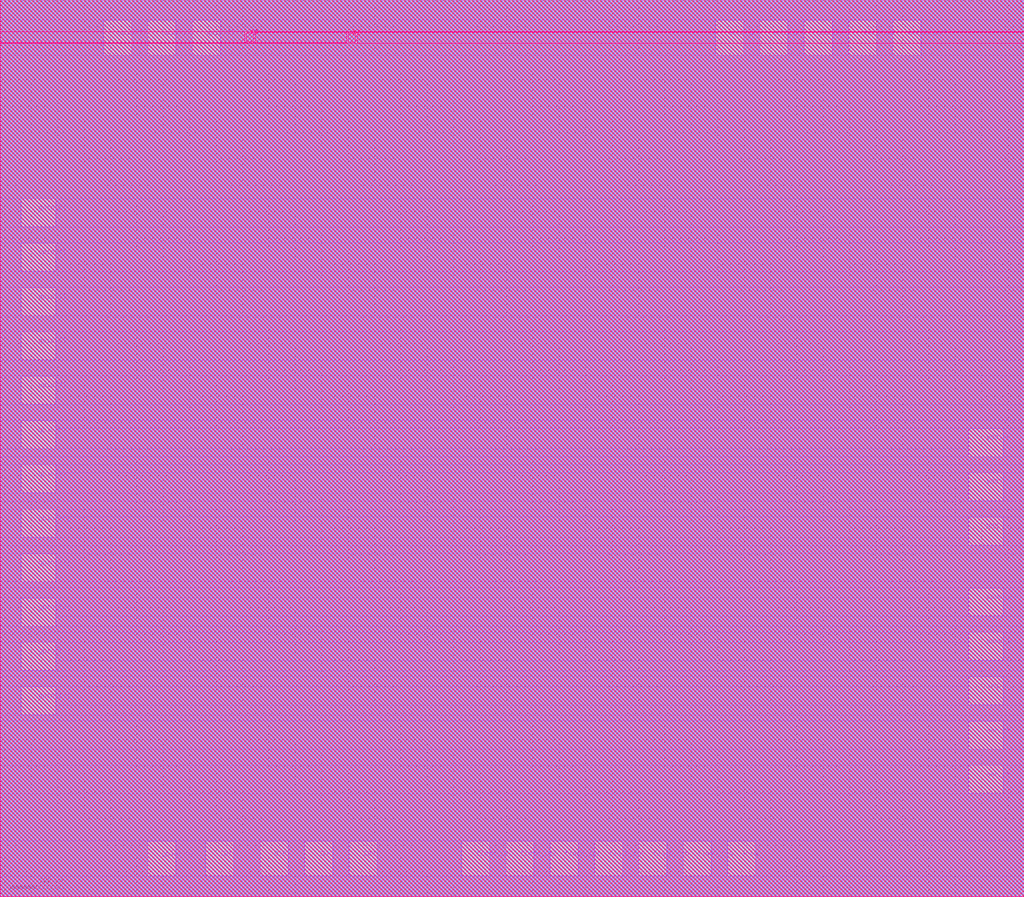
<source format=lef>
VERSION 5.7 ;
  NOWIREEXTENSIONATPIN ON ;
  DIVIDERCHAR "/" ;
  BUSBITCHARS "[]" ;
MACRO raven
  CLASS BLOCK ;
  FOREIGN raven ;
  ORIGIN 608.650 97.260 ;
  SIZE 1939.000 BY 1699.000 ;
  PIN VDD3V3
    PORT
      LAYER MET1 ;
        RECT 1225.230 652.240 1291.230 705.240 ;
    END
  END VDD3V3
  PIN VDD1V8
    PORT
      LAYER MET1 ;
        RECT 1225.230 736.240 1291.230 789.240 ;
    END
  END VDD1V8
  PIN VSS
    PORT
      LAYER MET1 ;
        RECT 1225.230 568.240 1291.230 621.240 ;
    END
  END VSS
  PIN XCLK
    PORT
      LAYER MET1 ;
        RECT 768.850 -58.140 821.850 7.860 ;
    END
  END XCLK
  PIN SDI
    PORT
      LAYER MET1 ;
        RECT -220.150 -58.140 -167.150 7.860 ;
    END
  END SDI
  PIN SDO
    PORT
      LAYER MET1 ;
        RECT 51.850 -58.140 104.850 7.860 ;
    END
  END SDO
  PIN CSB
    PORT
      LAYER MET1 ;
        RECT -116.150 -58.140 -63.150 7.860 ;
    END
  END CSB
  PIN SCK
    PORT
      LAYER MET1 ;
        RECT -32.150 -58.140 20.850 7.860 ;
    END
  END SCK
  PIN ser_tx
    PORT
      LAYER MET1 ;
        RECT 1225.230 182.240 1291.230 235.240 ;
    END
  END ser_tx
  PIN ser_rx
    PORT
      LAYER MET1 ;
        RECT 1225.230 98.240 1291.230 151.240 ;
    END
  END ser_rx
  PIN irq
    PORT
      LAYER MET1 ;
        RECT 1225.230 266.240 1291.230 319.240 ;
    END
  END irq
  PIN gpio[15]
    PORT
      LAYER MET1 ;
        RECT -329.150 -58.140 -276.150 7.860 ;
    END
  END gpio[15]
  PIN gpio[14]
    PORT
      LAYER MET1 ;
        RECT -569.530 247.240 -503.530 300.240 ;
    END
  END gpio[14]
  PIN gpio[13]
    PORT
      LAYER MET1 ;
        RECT -569.530 331.240 -503.530 384.240 ;
    END
  END gpio[13]
  PIN gpio[12]
    PORT
      LAYER MET1 ;
        RECT -569.530 415.240 -503.530 468.240 ;
    END
  END gpio[12]
  PIN gpio[11]
    PORT
      LAYER MET1 ;
        RECT -569.530 499.240 -503.530 552.240 ;
    END
  END gpio[11]
  PIN gpio[10]
    PORT
      LAYER MET1 ;
        RECT -569.530 583.240 -503.530 636.240 ;
    END
  END gpio[10]
  PIN gpio[9]
    PORT
      LAYER MET1 ;
        RECT -569.530 667.240 -503.530 720.240 ;
    END
  END gpio[9]
  PIN gpio[8]
    PORT
      LAYER MET1 ;
        RECT -569.530 751.240 -503.530 804.240 ;
    END
  END gpio[8]
  PIN gpio[7]
    PORT
      LAYER MET1 ;
        RECT -569.530 835.240 -503.530 888.240 ;
    END
  END gpio[7]
  PIN gpio[6]
    PORT
      LAYER MET1 ;
        RECT -569.530 919.240 -503.530 972.240 ;
    END
  END gpio[6]
  PIN gpio[5]
    PORT
      LAYER MET1 ;
        RECT -569.530 1003.240 -503.530 1056.240 ;
    END
  END gpio[5]
  PIN gpio[4]
    PORT
      LAYER MET1 ;
        RECT -569.530 1087.240 -503.530 1140.240 ;
    END
  END gpio[4]
  PIN gpio[3]
    PORT
      LAYER MET1 ;
        RECT -569.530 1171.240 -503.530 1224.240 ;
    END
  END gpio[3]
  PIN gpio[2]
    PORT
      LAYER MET1 ;
        RECT -413.150 1496.620 -360.150 1562.620 ;
    END
  END gpio[2]
  PIN gpio[1]
    PORT
      LAYER MET1 ;
        RECT -329.150 1496.620 -276.150 1562.620 ;
    END
  END gpio[1]
  PIN gpio[0]
    PORT
      LAYER MET1 ;
        RECT -245.150 1496.620 -192.150 1562.620 ;
    END
  END gpio[0]
  PIN flash_csb
    PORT
      LAYER MET1 ;
        RECT 600.850 -58.140 653.850 7.860 ;
    END
  END flash_csb
  PIN flash_clk
    PORT
      LAYER MET1 ;
        RECT 684.850 -58.140 737.850 7.860 ;
    END
  END flash_clk
  PIN flash_io0
    PORT
      LAYER MET1 ;
        RECT 516.850 -58.140 569.850 7.860 ;
    END
  END flash_io0
  PIN flash_io1
    PORT
      LAYER MET1 ;
        RECT 432.850 -58.140 485.850 7.860 ;
    END
  END flash_io1
  PIN flash_io2
    PORT
      LAYER MET1 ;
        RECT 348.850 -58.140 401.850 7.860 ;
    END
  END flash_io2
  PIN flash_io3
    PORT
      LAYER MET1 ;
        RECT 264.850 -58.140 317.850 7.860 ;
    END
  END flash_io3
  PIN adc_high
    PORT
      LAYER MET1 ;
        RECT 997.850 1496.620 1050.850 1562.620 ;
    END
  END adc_high
  PIN adc_low
    PORT
      LAYER MET1 ;
        RECT 913.850 1496.620 966.850 1562.620 ;
    END
  END adc_low
  PIN adc0_in
    PORT
      LAYER MET1 ;
        RECT 745.850 1496.620 798.850 1562.620 ;
    END
  END adc0_in
  PIN adc1_in
    PORT
      LAYER MET1 ;
        RECT 829.850 1496.620 882.850 1562.620 ;
    END
  END adc1_in
  PIN analog_out
    PORT
      LAYER MET1 ;
        RECT 1081.850 1496.620 1134.850 1562.620 ;
    END
  END analog_out
  PIN comp_inp
    PORT
      LAYER MET1 ;
        RECT 1225.230 350.240 1291.230 403.240 ;
    END
  END comp_inp
  PIN comp_inn
    PORT
      LAYER MET1 ;
        RECT 1225.230 434.240 1291.230 487.240 ;
    END
  END comp_inn
  PIN XI
    PORT
      LAYER METTPL ;
        RECT 50.145 1521.230 64.680 1537.655 ;
    END
  END XI
  PIN XO
    PORT
      LAYER METTPL ;
        RECT -143.330 1522.330 -128.550 1538.590 ;
    END
  END XO
  OBS
      LAYER MET1 ;
        RECT -608.650 1563.220 1330.350 1601.740 ;
        RECT -608.650 1496.020 -413.750 1563.220 ;
        RECT -359.550 1496.020 -329.750 1563.220 ;
        RECT -275.550 1496.020 -245.750 1563.220 ;
        RECT -191.550 1496.020 745.250 1563.220 ;
        RECT 799.450 1496.020 829.250 1563.220 ;
        RECT 883.450 1496.020 913.250 1563.220 ;
        RECT 967.450 1496.020 997.250 1563.220 ;
        RECT 1051.450 1496.020 1081.250 1563.220 ;
        RECT 1135.450 1496.020 1330.350 1563.220 ;
        RECT -608.650 1224.840 1330.350 1496.020 ;
        RECT -608.650 1170.640 -570.130 1224.840 ;
        RECT -502.930 1170.640 1330.350 1224.840 ;
        RECT -608.650 1140.840 1330.350 1170.640 ;
        RECT -608.650 1086.640 -570.130 1140.840 ;
        RECT -502.930 1086.640 1330.350 1140.840 ;
        RECT -608.650 1056.840 1330.350 1086.640 ;
        RECT -608.650 1002.640 -570.130 1056.840 ;
        RECT -502.930 1002.640 1330.350 1056.840 ;
        RECT -608.650 972.840 1330.350 1002.640 ;
        RECT -608.650 918.640 -570.130 972.840 ;
        RECT -502.930 918.640 1330.350 972.840 ;
        RECT -608.650 888.840 1330.350 918.640 ;
        RECT -608.650 834.640 -570.130 888.840 ;
        RECT -502.930 834.640 1330.350 888.840 ;
        RECT -608.650 804.840 1330.350 834.640 ;
        RECT -608.650 750.640 -570.130 804.840 ;
        RECT -502.930 789.840 1330.350 804.840 ;
        RECT -502.930 750.640 1224.630 789.840 ;
        RECT -608.650 735.640 1224.630 750.640 ;
        RECT 1291.830 735.640 1330.350 789.840 ;
        RECT -608.650 720.840 1330.350 735.640 ;
        RECT -608.650 666.640 -570.130 720.840 ;
        RECT -502.930 705.840 1330.350 720.840 ;
        RECT -502.930 666.640 1224.630 705.840 ;
        RECT -608.650 651.640 1224.630 666.640 ;
        RECT 1291.830 651.640 1330.350 705.840 ;
        RECT -608.650 636.840 1330.350 651.640 ;
        RECT -608.650 582.640 -570.130 636.840 ;
        RECT -502.930 621.840 1330.350 636.840 ;
        RECT -502.930 582.640 1224.630 621.840 ;
        RECT -608.650 567.640 1224.630 582.640 ;
        RECT 1291.830 567.640 1330.350 621.840 ;
        RECT -608.650 552.840 1330.350 567.640 ;
        RECT -608.650 498.640 -570.130 552.840 ;
        RECT -502.930 498.640 1330.350 552.840 ;
        RECT -608.650 487.840 1330.350 498.640 ;
        RECT -608.650 468.840 1224.630 487.840 ;
        RECT -608.650 414.640 -570.130 468.840 ;
        RECT -502.930 433.640 1224.630 468.840 ;
        RECT 1291.830 433.640 1330.350 487.840 ;
        RECT -502.930 414.640 1330.350 433.640 ;
        RECT -608.650 403.840 1330.350 414.640 ;
        RECT -608.650 384.840 1224.630 403.840 ;
        RECT -608.650 330.640 -570.130 384.840 ;
        RECT -502.930 349.640 1224.630 384.840 ;
        RECT 1291.830 349.640 1330.350 403.840 ;
        RECT -502.930 330.640 1330.350 349.640 ;
        RECT -608.650 319.840 1330.350 330.640 ;
        RECT -608.650 300.840 1224.630 319.840 ;
        RECT -608.650 246.640 -570.130 300.840 ;
        RECT -502.930 265.640 1224.630 300.840 ;
        RECT 1291.830 265.640 1330.350 319.840 ;
        RECT -502.930 246.640 1330.350 265.640 ;
        RECT -608.650 235.840 1330.350 246.640 ;
        RECT -608.650 181.640 1224.630 235.840 ;
        RECT 1291.830 181.640 1330.350 235.840 ;
        RECT -608.650 151.840 1330.350 181.640 ;
        RECT -608.650 97.640 1224.630 151.840 ;
        RECT 1291.830 97.640 1330.350 151.840 ;
        RECT -608.650 8.460 1330.350 97.640 ;
        RECT -608.650 -58.740 -329.750 8.460 ;
        RECT -275.550 -58.740 -220.750 8.460 ;
        RECT -166.550 -58.740 -116.750 8.460 ;
        RECT -62.550 -58.740 -32.750 8.460 ;
        RECT 21.450 -58.740 51.250 8.460 ;
        RECT 105.450 -58.740 264.250 8.460 ;
        RECT 318.450 -58.740 348.250 8.460 ;
        RECT 402.450 -58.740 432.250 8.460 ;
        RECT 486.450 -58.740 516.250 8.460 ;
        RECT 570.450 -58.740 600.250 8.460 ;
        RECT 654.450 -58.740 684.250 8.460 ;
        RECT 738.450 -58.740 768.250 8.460 ;
        RECT 822.450 -58.740 1330.350 8.460 ;
        RECT -608.650 -97.260 1330.350 -58.740 ;
      LAYER MET2 ;
        RECT -608.650 -97.260 1330.350 1601.740 ;
      LAYER MET3 ;
        RECT -608.650 -97.260 1330.350 1601.740 ;
      LAYER MET4 ;
        RECT -608.650 -97.260 1330.350 1601.740 ;
      LAYER METTP ;
        RECT -608.650 -97.260 1330.350 1601.740 ;
      LAYER METTPL ;
        RECT -608.650 1541.090 1330.350 1601.740 ;
        RECT -608.650 1519.830 -145.830 1541.090 ;
        RECT -126.050 1540.155 1330.350 1541.090 ;
        RECT -126.050 1519.830 47.645 1540.155 ;
        RECT -608.650 1518.730 47.645 1519.830 ;
        RECT 67.180 1518.730 1330.350 1540.155 ;
        RECT -608.650 -97.260 1330.350 1518.730 ;
  END
END raven
END LIBRARY


</source>
